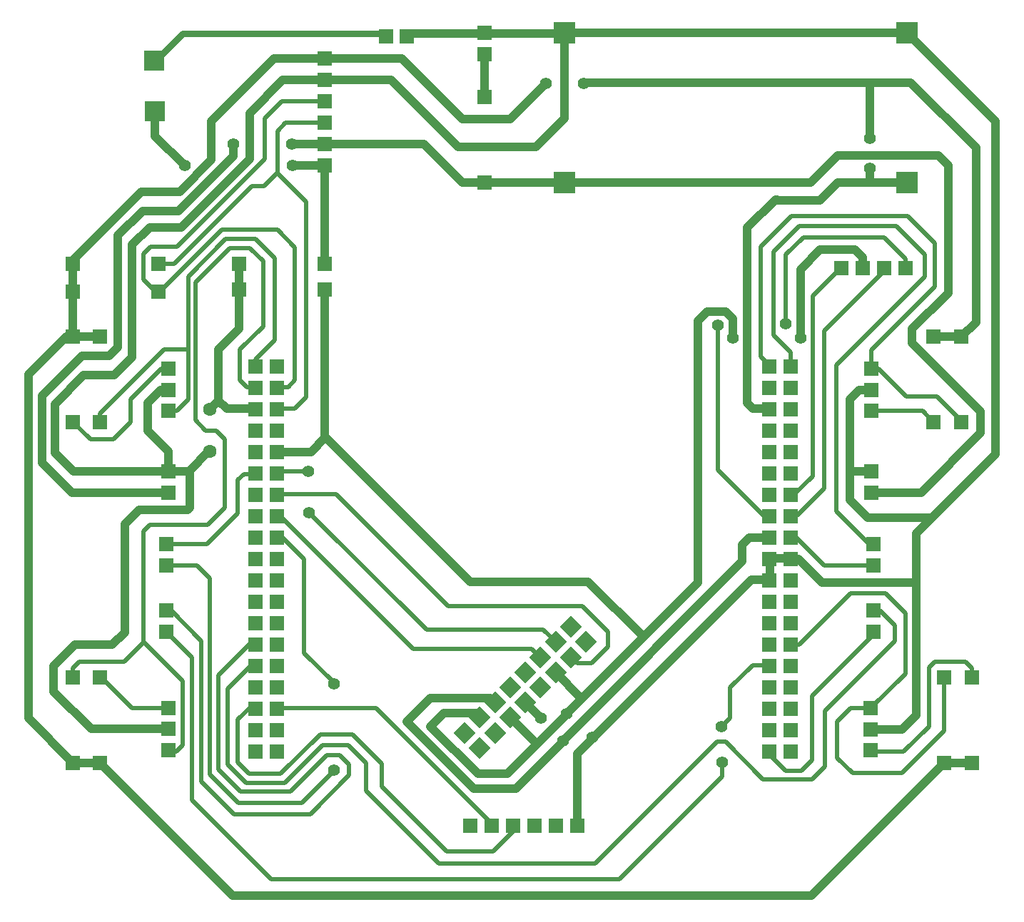
<source format=gbr>
%TF.GenerationSoftware,KiCad,Pcbnew,6.0.2+dfsg-1*%
%TF.CreationDate,2023-11-29T12:07:55-03:00*%
%TF.ProjectId,ProyectoFinal,50726f79-6563-4746-9f46-696e616c2e6b,rev?*%
%TF.SameCoordinates,Original*%
%TF.FileFunction,Copper,L1,Top*%
%TF.FilePolarity,Positive*%
%FSLAX46Y46*%
G04 Gerber Fmt 4.6, Leading zero omitted, Abs format (unit mm)*
G04 Created by KiCad (PCBNEW 6.0.2+dfsg-1) date 2023-11-29 12:07:55*
%MOMM*%
%LPD*%
G01*
G04 APERTURE LIST*
G04 Aperture macros list*
%AMRotRect*
0 Rectangle, with rotation*
0 The origin of the aperture is its center*
0 $1 length*
0 $2 width*
0 $3 Rotation angle, in degrees counterclockwise*
0 Add horizontal line*
21,1,$1,$2,0,0,$3*%
G04 Aperture macros list end*
%TA.AperFunction,ComponentPad*%
%ADD10R,1.800000X1.800000*%
%TD*%
%TA.AperFunction,ComponentPad*%
%ADD11R,1.700000X1.700000*%
%TD*%
%TA.AperFunction,ComponentPad*%
%ADD12RotRect,1.800000X1.800000X315.000000*%
%TD*%
%TA.AperFunction,SMDPad,CuDef*%
%ADD13R,2.400000X2.400000*%
%TD*%
%TA.AperFunction,ComponentPad*%
%ADD14R,2.540000X2.540000*%
%TD*%
%TA.AperFunction,ComponentPad*%
%ADD15C,1.600000*%
%TD*%
%TA.AperFunction,ViaPad*%
%ADD16C,1.400000*%
%TD*%
%TA.AperFunction,Conductor*%
%ADD17C,1.000000*%
%TD*%
%TA.AperFunction,Conductor*%
%ADD18C,0.500000*%
%TD*%
%TA.AperFunction,Conductor*%
%ADD19C,0.800000*%
%TD*%
G04 APERTURE END LIST*
D10*
%TO.P,J12,1,Pin_1*%
%TO.N,Net-(J12-Pad1)*%
X218422526Y-119560000D03*
%TO.P,J12,2,Pin_2*%
%TO.N,GND*%
X220922526Y-119560000D03*
%TD*%
%TO.P,D1,1,K*%
%TO.N,GND*%
X230104526Y-119120000D03*
%TO.P,D1,2,A*%
%TO.N,Net-(D1-Pad2)*%
X230104526Y-121660000D03*
%TD*%
%TO.P,R9,2*%
%TO.N,Net-(D1-Pad2)*%
X230104526Y-126740000D03*
%TO.P,R9,1*%
%TO.N,+12V*%
X230104526Y-136900000D03*
%TD*%
%TO.P,R6,1*%
%TO.N,+5V*%
X284678716Y-205807000D03*
%TO.P,R6,2*%
%TO.N,MOTOR4_ENCODER*%
X284678716Y-195647000D03*
%TD*%
%TO.P,R8,1*%
%TO.N,+5V*%
X287980716Y-205807000D03*
%TO.P,R8,2*%
%TO.N,Net-(J6-Pad3)*%
X287980716Y-195647000D03*
%TD*%
D11*
%TO.P,J10,1,Pin_1*%
%TO.N,MOTOR4_PWMN*%
X276296716Y-187706000D03*
%TO.P,J10,2,Pin_2*%
%TO.N,MOTOR4_PWM*%
X276296716Y-190246000D03*
%TD*%
%TO.P,J7,1,Pin_1*%
%TO.N,MOTOR1_PWMN*%
X276250716Y-179827000D03*
%TO.P,J7,2,Pin_2*%
%TO.N,MOTOR1_PWM*%
X276250716Y-182367000D03*
%TD*%
D10*
%TO.P,J1,1,Pin_1*%
%TO.N,GND*%
X275996716Y-171216000D03*
%TO.P,J1,2,Pin_2*%
%TO.N,+12V*%
X275996716Y-173716000D03*
%TD*%
%TO.P,R1,1*%
%TO.N,+5V*%
X286710716Y-155194000D03*
%TO.P,R1,2*%
%TO.N,MOTOR1_ENCODER*%
X286710716Y-165354000D03*
%TD*%
D11*
%TO.P,J16,1,Pin_1*%
%TO.N,+3V3*%
X280096716Y-147041000D03*
%TO.P,J16,2,Pin_2*%
%TO.N,SWCLK*%
X277556716Y-147041000D03*
%TO.P,J16,3,Pin_3*%
%TO.N,GND*%
X275016716Y-147041000D03*
%TO.P,J16,4,Pin_4*%
%TO.N,SWDIO*%
X272476716Y-147041000D03*
%TD*%
D10*
%TO.P,R11,1*%
%TO.N,Vbat*%
X201025516Y-149606000D03*
%TO.P,R11,2*%
%TO.N,GND*%
X211185516Y-149606000D03*
%TD*%
%TO.P,R10,1*%
%TO.N,Net-(R10-Pad1)*%
X211185516Y-146558000D03*
%TO.P,R10,2*%
%TO.N,Vbat*%
X201025516Y-146558000D03*
%TD*%
%TO.P,R13,1*%
%TO.N,+5V*%
X181300716Y-146558000D03*
%TO.P,R13,2*%
%TO.N,I2C_SDA*%
X191460716Y-146558000D03*
%TD*%
%TO.P,R12,1*%
%TO.N,+5V*%
X181300716Y-149860000D03*
%TO.P,R12,2*%
%TO.N,I2C_SCL*%
X191460716Y-149860000D03*
%TD*%
%TO.P,R7,1*%
%TO.N,+5V*%
X181300716Y-155194000D03*
%TO.P,R7,2*%
%TO.N,Net-(J5-Pad3)*%
X181300716Y-165354000D03*
%TD*%
%TO.P,R5,1*%
%TO.N,+5V*%
X184450316Y-155194000D03*
%TO.P,R5,2*%
%TO.N,MOTOR2_ENCODER*%
X184450316Y-165354000D03*
%TD*%
%TO.P,J5,1,Pin_1*%
%TO.N,MOTOR2_ENCODER*%
X192649716Y-164024000D03*
%TO.P,J5,2,Pin_2*%
%TO.N,GND*%
X192649716Y-161524000D03*
%TO.P,J5,3,Pin_3*%
%TO.N,Net-(J5-Pad3)*%
X192649716Y-159024000D03*
%TD*%
%TO.P,J4,1,Pin_1*%
%TO.N,+12V*%
X192649716Y-173716000D03*
%TO.P,J4,2,Pin_2*%
%TO.N,GND*%
X192649716Y-171216000D03*
%TD*%
D11*
%TO.P,J8,1,Pin_1*%
%TO.N,MOTOR2_PWMN*%
X192349716Y-182377000D03*
%TO.P,J8,2,Pin_2*%
%TO.N,MOTOR2_PWM*%
X192349716Y-179837000D03*
%TD*%
%TO.P,J9,2,Pin_2*%
%TO.N,MOTOR3_PWM*%
X192322526Y-187716000D03*
%TO.P,J9,1,Pin_1*%
%TO.N,MOTOR3_PWMN*%
X192322526Y-190256000D03*
%TD*%
D10*
%TO.P,R2,1*%
%TO.N,+5V*%
X181300716Y-205807000D03*
%TO.P,R2,2*%
%TO.N,MOTOR3_ENCODER*%
X181300716Y-195647000D03*
%TD*%
%TO.P,R4,1*%
%TO.N,+5V*%
X184450316Y-205807000D03*
%TO.P,R4,2*%
%TO.N,Net-(J3-Pad3)*%
X184450316Y-195647000D03*
%TD*%
%TO.P,J3,3,Pin_3*%
%TO.N,Net-(J3-Pad3)*%
X192622526Y-199300000D03*
%TO.P,J3,2,Pin_2*%
%TO.N,GND*%
X192622526Y-201800000D03*
%TO.P,J3,1,Pin_1*%
%TO.N,MOTOR3_ENCODER*%
X192622526Y-204300000D03*
%TD*%
%TO.P,J15,1,Pin_1*%
%TO.N,GND*%
X241115621Y-213278000D03*
%TO.P,J15,2,Pin_2*%
%TO.N,unconnected-(J15-Pad2)*%
X238575621Y-213278000D03*
%TO.P,J15,3,Pin_3*%
%TO.N,unconnected-(J15-Pad3)*%
X236035621Y-213278000D03*
%TO.P,J15,4,Pin_4*%
%TO.N,UART_TX*%
X233495621Y-213278000D03*
%TO.P,J15,5,Pin_5*%
%TO.N,UART_RX*%
X230955621Y-213278000D03*
%TO.P,J15,6,Pin_6*%
%TO.N,unconnected-(J15-Pad6)*%
X228415621Y-213278000D03*
%TD*%
%TO.P,J6,1,Pin_1*%
%TO.N,MOTOR4_ENCODER*%
X275950716Y-199343000D03*
%TO.P,J6,2,Pin_2*%
%TO.N,GND*%
X275950716Y-201843000D03*
%TO.P,J6,3,Pin_3*%
%TO.N,Net-(J6-Pad3)*%
X275950716Y-204343000D03*
%TD*%
D12*
%TO.P,J14,1,Pin_1*%
%TO.N,unconnected-(J14-Pad1)*%
X240339438Y-189665795D03*
%TO.P,J14,2,Pin_2*%
%TO.N,unconnected-(J14-Pad2)*%
X242135489Y-191461847D03*
%TO.P,J14,3,Pin_3*%
%TO.N,SPI_SCLK*%
X238543386Y-191461847D03*
%TO.P,J14,4,Pin_4*%
%TO.N,SPI_MISO*%
X240339438Y-193257898D03*
%TO.P,J14,5,Pin_5*%
%TO.N,SPI_MOSI*%
X236747335Y-193257898D03*
%TO.P,J14,6,Pin_6*%
%TO.N,GND*%
X238543386Y-195053949D03*
%TO.P,J14,7,Pin_7*%
%TO.N,unconnected-(J14-Pad7)*%
X234951284Y-195053949D03*
%TO.P,J14,8,Pin_8*%
%TO.N,unconnected-(J14-Pad8)*%
X236747335Y-196850000D03*
%TO.P,J14,9,Pin_9*%
%TO.N,unconnected-(J14-Pad9)*%
X233155233Y-196850000D03*
%TO.P,J14,10,Pin_10*%
%TO.N,+5V*%
X234951284Y-198646051D03*
%TO.P,J14,11,Pin_11*%
X231359182Y-198646051D03*
%TO.P,J14,12,Pin_12*%
%TO.N,GND*%
X233155233Y-200442103D03*
%TO.P,J14,13,Pin_13*%
X229563130Y-200442103D03*
%TO.P,J14,14,Pin_14*%
%TO.N,unconnected-(J14-Pad14)*%
X231359182Y-202238154D03*
%TO.P,J14,15,Pin_15*%
%TO.N,unconnected-(J14-Pad15)*%
X227767079Y-202238154D03*
%TO.P,J14,16,Pin_16*%
%TO.N,unconnected-(J14-Pad16)*%
X229563130Y-204034205D03*
%TD*%
D10*
%TO.P,U1,1,Vcc*%
%TO.N,+5V*%
X211185516Y-122174000D03*
%TO.P,U1,2,GND*%
%TO.N,GND*%
X211185516Y-124714000D03*
%TO.P,U1,3,SCL*%
%TO.N,I2C_SCL*%
X211185516Y-127254000D03*
%TO.P,U1,4,SDA*%
%TO.N,I2C_SDA*%
X211185516Y-129794000D03*
%TO.P,U1,5,Vin-*%
%TO.N,+12V*%
X211185516Y-132334000D03*
%TO.P,U1,6,Vin+*%
%TO.N,Net-(R10-Pad1)*%
X211185516Y-134874000D03*
%TD*%
D13*
%TO.P,SW1,1,A*%
%TO.N,Net-(J12-Pad1)*%
X190950716Y-122433800D03*
%TO.P,SW1,2,B*%
%TO.N,Net-(R10-Pad1)*%
X191036716Y-128433800D03*
%TD*%
D14*
%TO.P,U2,1,IN+*%
%TO.N,+12V*%
X239629526Y-136900000D03*
%TO.P,U2,2,IN-*%
%TO.N,GND*%
X239629526Y-119120000D03*
%TO.P,U2,3,OUT+*%
%TO.N,+5V*%
X280269526Y-136900000D03*
%TO.P,U2,4,OUT-*%
%TO.N,GND*%
X280269526Y-119120000D03*
%TD*%
D10*
%TO.P,R3,1*%
%TO.N,+5V*%
X283408716Y-155194000D03*
%TO.P,R3,2*%
%TO.N,Net-(J2-Pad3)*%
X283408716Y-165354000D03*
%TD*%
%TO.P,J2,1,Pin_1*%
%TO.N,MOTOR1_ENCODER*%
X275996716Y-159024000D03*
%TO.P,J2,2,Pin_2*%
%TO.N,GND*%
X275996716Y-161524000D03*
%TO.P,J2,3,Pin_3*%
%TO.N,Net-(J2-Pad3)*%
X275996716Y-164024000D03*
%TD*%
%TO.P,U3,1,PC10*%
%TO.N,MOTOR1_PWMN*%
X266462716Y-158750000D03*
%TO.P,U3,2,PC11*%
%TO.N,MOTOR1_ENCODER*%
X263922716Y-158750000D03*
%TO.P,U3,3,PC12*%
%TO.N,unconnected-(U3-Pad3)*%
X266462716Y-161290000D03*
%TO.P,U3,4,PD2*%
%TO.N,unconnected-(U3-Pad4)*%
X263922716Y-161290000D03*
%TO.P,U3,5,VDD*%
%TO.N,unconnected-(U3-Pad5)*%
X266462716Y-163830000D03*
%TO.P,U3,6,E5V*%
%TO.N,+5V*%
X263922716Y-163830000D03*
%TO.P,U3,7,BOOT0*%
%TO.N,unconnected-(U3-Pad7)*%
X266462716Y-166370000D03*
%TO.P,U3,8,GND*%
%TO.N,unconnected-(U3-Pad8)*%
X263922716Y-166370000D03*
%TO.P,U3,9,NC*%
%TO.N,unconnected-(U3-Pad9)*%
X266462716Y-168910000D03*
%TO.P,U3,10,NC*%
%TO.N,unconnected-(U3-Pad10)*%
X263922716Y-168910000D03*
%TO.P,U3,11,NC*%
%TO.N,unconnected-(U3-Pad11)*%
X266462716Y-171450000D03*
%TO.P,U3,12,IOREF*%
%TO.N,unconnected-(U3-Pad12)*%
X263922716Y-171450000D03*
%TO.P,U3,13,PA13*%
%TO.N,SWDIO*%
X266462716Y-173990000D03*
%TO.P,U3,14,RESET*%
%TO.N,unconnected-(U3-Pad14)*%
X263922716Y-173990000D03*
%TO.P,U3,15,PA14*%
%TO.N,SWCLK*%
X266462716Y-176530000D03*
%TO.P,U3,16,+3V3*%
%TO.N,+3V3*%
X263922716Y-176530000D03*
%TO.P,U3,17,PA15*%
%TO.N,MOTOR1_PWM*%
X266462716Y-179070000D03*
%TO.P,U3,18,+5V*%
%TO.N,+5V*%
X263922716Y-179070000D03*
%TO.P,U3,19,GND*%
%TO.N,GND*%
X266462716Y-181610000D03*
%TO.P,U3,20,GND*%
X263922716Y-181610000D03*
%TO.P,U3,21,PB7*%
%TO.N,unconnected-(U3-Pad21)*%
X266462716Y-184150000D03*
%TO.P,U3,22,GND*%
%TO.N,GND*%
X263922716Y-184150000D03*
%TO.P,U3,23,PC13*%
%TO.N,unconnected-(U3-Pad23)*%
X266462716Y-186690000D03*
%TO.P,U3,24,VIN*%
%TO.N,unconnected-(U3-Pad24)*%
X263922716Y-186690000D03*
%TO.P,U3,25,PC14*%
%TO.N,unconnected-(U3-Pad25)*%
X266462716Y-189230000D03*
%TO.P,U3,26,NC*%
%TO.N,unconnected-(U3-Pad26)*%
X263922716Y-189230000D03*
%TO.P,U3,27,PC15*%
%TO.N,MOTOR4_ENCODER*%
X266462716Y-191770000D03*
%TO.P,U3,28,PA0*%
%TO.N,unconnected-(U3-Pad28)*%
X263922716Y-191770000D03*
%TO.P,U3,29,PF0*%
%TO.N,unconnected-(U3-Pad29)*%
X266462716Y-194310000D03*
%TO.P,U3,30,PA1*%
%TO.N,MOTOR3_PWMN*%
X263922716Y-194310000D03*
%TO.P,U3,31,PF1*%
%TO.N,unconnected-(U3-Pad31)*%
X266462716Y-196850000D03*
%TO.P,U3,32,PA4*%
%TO.N,unconnected-(U3-Pad32)*%
X263922716Y-196850000D03*
%TO.P,U3,33,VBAT*%
%TO.N,unconnected-(U3-Pad33)*%
X266462716Y-199390000D03*
%TO.P,U3,34,PB0*%
%TO.N,unconnected-(U3-Pad34)*%
X263922716Y-199390000D03*
%TO.P,U3,35,PC2*%
%TO.N,unconnected-(U3-Pad35)*%
X266462716Y-201930000D03*
%TO.P,U3,36,PC1*%
%TO.N,unconnected-(U3-Pad36)*%
X263922716Y-201930000D03*
%TO.P,U3,37,PC3*%
%TO.N,unconnected-(U3-Pad37)*%
X266462716Y-204470000D03*
%TO.P,U3,38,PC0*%
%TO.N,MOTOR4_PWM*%
X263922716Y-204470000D03*
%TO.P,U3,39,PC9*%
%TO.N,unconnected-(U3-Pad39)*%
X205502716Y-158750000D03*
%TO.P,U3,40,PC8*%
%TO.N,MOTOR2_ENCODER*%
X202962716Y-158750000D03*
%TO.P,U3,41,PB8*%
%TO.N,I2C_SCL*%
X205502716Y-161290000D03*
%TO.P,U3,42,PC6*%
%TO.N,MOTOR3_ENCODER*%
X202962716Y-161290000D03*
%TO.P,U3,43,PB9*%
%TO.N,I2C_SDA*%
X205502716Y-163830000D03*
%TO.P,U3,44,PC5*%
%TO.N,Vbat*%
X202962716Y-163830000D03*
%TO.P,U3,45,AVDD*%
%TO.N,unconnected-(U3-Pad45)*%
X205502716Y-166370000D03*
%TO.P,U3,46,U5V*%
%TO.N,unconnected-(U3-Pad46)*%
X202962716Y-166370000D03*
%TO.P,U3,47,GND*%
%TO.N,GND*%
X205502716Y-168910000D03*
%TO.P,U3,48,NC*%
%TO.N,unconnected-(U3-Pad48)*%
X202962716Y-168910000D03*
%TO.P,U3,49,PA5*%
%TO.N,SPI_SCLK*%
X205502716Y-171450000D03*
%TO.P,U3,50,PA12*%
%TO.N,MOTOR2_PWM*%
X202962716Y-171450000D03*
%TO.P,U3,51,PA6*%
%TO.N,SPI_MISO*%
X205502716Y-173990000D03*
%TO.P,U3,52,PA11*%
%TO.N,unconnected-(U3-Pad52)*%
X202962716Y-173990000D03*
%TO.P,U3,53,PA7*%
%TO.N,SPI_MOSI*%
X205502716Y-176530000D03*
%TO.P,U3,54,PB12*%
%TO.N,unconnected-(U3-Pad54)*%
X202962716Y-176530000D03*
%TO.P,U3,55,PB6*%
%TO.N,MOTOR2_PWMN*%
X205502716Y-179070000D03*
%TO.P,U3,56,PB11*%
%TO.N,unconnected-(U3-Pad56)*%
X202962716Y-179070000D03*
%TO.P,U3,57,PC7*%
%TO.N,unconnected-(U3-Pad57)*%
X205502716Y-181610000D03*
%TO.P,U3,58,GND*%
%TO.N,unconnected-(U3-Pad58)*%
X202962716Y-181610000D03*
%TO.P,U3,59,PA9*%
%TO.N,unconnected-(U3-Pad59)*%
X205502716Y-184150000D03*
%TO.P,U3,60,PB2*%
%TO.N,unconnected-(U3-Pad60)*%
X202962716Y-184150000D03*
%TO.P,U3,61,PA8*%
%TO.N,unconnected-(U3-Pad61)*%
X205502716Y-186690000D03*
%TO.P,U3,62,PB1*%
%TO.N,unconnected-(U3-Pad62)*%
X202962716Y-186690000D03*
%TO.P,U3,63,PB10*%
%TO.N,unconnected-(U3-Pad63)*%
X205502716Y-189230000D03*
%TO.P,U3,64,PB15*%
%TO.N,unconnected-(U3-Pad64)*%
X202962716Y-189230000D03*
%TO.P,U3,65,PB4*%
%TO.N,unconnected-(U3-Pad65)*%
X205502716Y-191770000D03*
%TO.P,U3,66,PB14*%
%TO.N,MOTOR3_PWM*%
X202962716Y-191770000D03*
%TO.P,U3,67,PB5*%
%TO.N,unconnected-(U3-Pad67)*%
X205502716Y-194310000D03*
%TO.P,U3,68,PB13*%
%TO.N,MOTOR4_PWMN*%
X202962716Y-194310000D03*
%TO.P,U3,69,PB3*%
%TO.N,unconnected-(U3-Pad69)*%
X205502716Y-196850000D03*
%TO.P,U3,70,AGND*%
%TO.N,unconnected-(U3-Pad70)*%
X202962716Y-196850000D03*
%TO.P,U3,71,PA10*%
%TO.N,UART_RX*%
X205502716Y-199390000D03*
%TO.P,U3,72,PC4*%
%TO.N,UART_TX*%
X202962716Y-199390000D03*
%TO.P,U3,73,PA2*%
%TO.N,unconnected-(U3-Pad73)*%
X205502716Y-201930000D03*
%TO.P,U3,74,NC*%
%TO.N,unconnected-(U3-Pad74)*%
X202962716Y-201930000D03*
%TO.P,U3,75,PA3*%
%TO.N,unconnected-(U3-Pad75)*%
X205502716Y-204470000D03*
%TO.P,U3,76,NC*%
%TO.N,unconnected-(U3-Pad76)*%
X202962716Y-204470000D03*
%TD*%
D15*
%TO.P,C1,1*%
%TO.N,Vbat*%
X197516716Y-163830000D03*
%TO.P,C1,2*%
%TO.N,GND*%
X197516716Y-168830000D03*
%TD*%
D16*
%TO.N,+5V*%
X236822526Y-200500000D03*
X239422526Y-203200000D03*
%TO.N,GND*%
X239822526Y-200000000D03*
X242922526Y-202800000D03*
X259622526Y-155400000D03*
X267622526Y-155400000D03*
%TO.N,+12V*%
X207222526Y-132334000D03*
X200350716Y-132334000D03*
%TO.N,MOTOR2_PWMN*%
X212222526Y-196400000D03*
X212288716Y-206700000D03*
%TO.N,MOTOR3_PWMN*%
X258185526Y-201549000D03*
X258312526Y-205740000D03*
%TO.N,+5V*%
X275838526Y-135232800D03*
X237422526Y-125100000D03*
X275822526Y-131700000D03*
X241922526Y-125100000D03*
%TO.N,SPI_SCLK*%
X209322526Y-176100000D03*
X209240716Y-171196000D03*
%TO.N,Net-(R10-Pad1)*%
X194522526Y-134900000D03*
X207322526Y-134900000D03*
%TO.N,+3V3*%
X257822526Y-153800000D03*
X265822526Y-153670000D03*
%TD*%
D17*
%TO.N,+5V*%
X220872526Y-200950000D02*
X223722526Y-198100000D01*
X233822526Y-208900000D02*
X228822526Y-208900000D01*
X239422526Y-203300000D02*
X233822526Y-208900000D01*
X239422526Y-203200000D02*
X239422526Y-203300000D01*
X230813131Y-198100000D02*
X231359182Y-198646051D01*
X223722526Y-198100000D02*
X230813131Y-198100000D01*
X261552526Y-179070000D02*
X263922716Y-179070000D01*
X260722526Y-181900000D02*
X260722526Y-179900000D01*
X228822526Y-208900000D02*
X220872526Y-200950000D01*
X260722526Y-179900000D02*
X261552526Y-179070000D01*
X239422526Y-203200000D02*
X260722526Y-181900000D01*
%TO.N,GND*%
X248972526Y-190850000D02*
X241822526Y-198000000D01*
X241822526Y-198000000D02*
X239822526Y-200000000D01*
X241489437Y-198000000D02*
X241822526Y-198000000D01*
X238543386Y-195053949D02*
X241489437Y-198000000D01*
X239822526Y-200000000D02*
X239822526Y-200100000D01*
X239822526Y-200100000D02*
X236122526Y-203800000D01*
X239922526Y-200000000D02*
X239822526Y-200000000D01*
X290774716Y-169147810D02*
X283472526Y-176450000D01*
X283222526Y-176700000D02*
X283472526Y-176450000D01*
X283472526Y-176450000D02*
X281376716Y-178545810D01*
X275581694Y-176700000D02*
X283222526Y-176700000D01*
X273502716Y-171080190D02*
X273502716Y-174621022D01*
X273502716Y-174621022D02*
X275581694Y-176700000D01*
D18*
%TO.N,MOTOR4_ENCODER*%
X266462716Y-191770000D02*
X267456526Y-191770000D01*
X267456526Y-191770000D02*
X273526526Y-185700000D01*
X273526526Y-185700000D02*
X277722526Y-185700000D01*
X277722526Y-185700000D02*
X280029526Y-188007000D01*
X280029526Y-188007000D02*
X280029526Y-195264190D01*
X280029526Y-195264190D02*
X275950716Y-199343000D01*
%TO.N,MOTOR4_PWMN*%
X224722526Y-217800000D02*
X243268026Y-217800000D01*
X199622526Y-206000000D02*
X201822526Y-208200000D01*
X263138526Y-207772000D02*
X268980526Y-207772000D01*
X216022526Y-209100000D02*
X224722526Y-217800000D01*
X210922526Y-203700000D02*
X213922526Y-203700000D01*
X203024716Y-194210000D02*
X202412526Y-194210000D01*
X278759526Y-191389000D02*
X278759526Y-189484000D01*
X243268026Y-217800000D02*
X257741026Y-203327000D01*
X206422526Y-208200000D02*
X210922526Y-203700000D01*
X201822526Y-208200000D02*
X206422526Y-208200000D01*
X268980526Y-207772000D02*
X270504526Y-206248000D01*
X270504526Y-199644000D02*
X278759526Y-191389000D01*
X276981526Y-187706000D02*
X276296716Y-187706000D01*
X216022526Y-205800000D02*
X216022526Y-209100000D01*
X213922526Y-203700000D02*
X216022526Y-205800000D01*
X199622526Y-197000000D02*
X199622526Y-206000000D01*
X257741026Y-203327000D02*
X258693526Y-203327000D01*
X202412526Y-194210000D02*
X199622526Y-197000000D01*
X202924716Y-194310000D02*
X203024716Y-194210000D01*
X258693526Y-203327000D02*
X263138526Y-207772000D01*
X270504526Y-206248000D02*
X270504526Y-199644000D01*
X278759526Y-189484000D02*
X276981526Y-187706000D01*
%TO.N,MOTOR3_PWM*%
X196522526Y-208000000D02*
X196522526Y-191328489D01*
X214022526Y-206000000D02*
X214022526Y-207300000D01*
X212922526Y-204900000D02*
X214022526Y-206000000D01*
X214022526Y-207300000D02*
X209422526Y-211900000D01*
X211422526Y-204900000D02*
X212922526Y-204900000D01*
X196522526Y-191328489D02*
X192910037Y-187716000D01*
X207122526Y-209200000D02*
X211422526Y-204900000D01*
X201172526Y-209200000D02*
X207122526Y-209200000D01*
X209422526Y-211900000D02*
X200422526Y-211900000D01*
X200422526Y-211900000D02*
X196522526Y-208000000D01*
X198522526Y-195400000D02*
X198522526Y-206550000D01*
X202252526Y-191670000D02*
X198522526Y-195400000D01*
X198522526Y-206550000D02*
X201172526Y-209200000D01*
X203024716Y-191670000D02*
X202252526Y-191670000D01*
X192910037Y-187716000D02*
X192349716Y-187716000D01*
%TO.N,UART_TX*%
X203024716Y-199290000D02*
X202232526Y-199290000D01*
X202232526Y-199290000D02*
X200822526Y-200700000D01*
X214422526Y-202400000D02*
X217922526Y-205900000D01*
X225622526Y-216300000D02*
X231122526Y-216300000D01*
X200822526Y-200700000D02*
X200822526Y-205704488D01*
X233495621Y-213926905D02*
X233495621Y-213278000D01*
X200822526Y-205704488D02*
X202218038Y-207100000D01*
X202218038Y-207100000D02*
X205922526Y-207100000D01*
X205922526Y-207100000D02*
X210622526Y-202400000D01*
X210622526Y-202400000D02*
X214422526Y-202400000D01*
X217922526Y-205900000D02*
X217922526Y-208600000D01*
X217922526Y-208600000D02*
X225622526Y-216300000D01*
X231122526Y-216300000D02*
X233495621Y-213926905D01*
%TO.N,MOTOR2_PWMN*%
X212288716Y-206700000D02*
X212288716Y-206733810D01*
X197522526Y-183861810D02*
X196037716Y-182377000D01*
X212288716Y-206733810D02*
X208422526Y-210600000D01*
X208422526Y-210600000D02*
X200922526Y-210600000D01*
X200922526Y-210600000D02*
X197522526Y-207200000D01*
X197522526Y-207200000D02*
X197522526Y-183861810D01*
X196037716Y-182377000D02*
X192349716Y-182377000D01*
%TO.N,MOTOR3_PWMN*%
X258312526Y-205740000D02*
X258312526Y-207396801D01*
X258312526Y-207396801D02*
X246109327Y-219600000D01*
X246109327Y-219600000D02*
X204822526Y-219600000D01*
X204822526Y-219600000D02*
X195422526Y-210200000D01*
X195422526Y-210200000D02*
X195422526Y-193328810D01*
X195422526Y-193328810D02*
X192349716Y-190256000D01*
%TO.N,MOTOR3_ENCODER*%
X189682716Y-191516000D02*
X189738526Y-191516000D01*
X189738526Y-191516000D02*
X194322526Y-196100000D01*
X194322526Y-196100000D02*
X194322526Y-203700000D01*
X194322526Y-203700000D02*
X193522526Y-204500000D01*
D17*
%TO.N,GND*%
X248972526Y-190850000D02*
X255422526Y-184400000D01*
X255422526Y-153300000D02*
X256522526Y-152200000D01*
X255422526Y-184400000D02*
X255422526Y-153300000D01*
X256522526Y-152200000D02*
X258722526Y-152200000D01*
X258722526Y-152200000D02*
X259622526Y-153100000D01*
X259622526Y-153100000D02*
X259622526Y-155400000D01*
D18*
%TO.N,MOTOR1_ENCODER*%
X286710716Y-165354000D02*
X286710716Y-165188190D01*
X286710716Y-165188190D02*
X283828526Y-162306000D01*
X283828526Y-162306000D02*
X280128526Y-162306000D01*
X280128526Y-162306000D02*
X276846526Y-159024000D01*
X276846526Y-159024000D02*
X275996716Y-159024000D01*
D17*
%TO.N,GND*%
X275996716Y-161524000D02*
X274598526Y-161524000D01*
X274598526Y-161524000D02*
X273502716Y-162619810D01*
X273502716Y-162619810D02*
X273502716Y-171080190D01*
D18*
%TO.N,MOTOR1_PWM*%
X276250716Y-182367000D02*
X270389526Y-182367000D01*
X270389526Y-182367000D02*
X267092526Y-179070000D01*
X267092526Y-179070000D02*
X266462716Y-179070000D01*
D17*
%TO.N,GND*%
X281376716Y-200152000D02*
X281376716Y-184454190D01*
X281376716Y-184454190D02*
X281376716Y-182118000D01*
X266462716Y-181610000D02*
X267332526Y-181610000D01*
X281326526Y-184404000D02*
X281376716Y-184454190D01*
X267332526Y-181610000D02*
X270126526Y-184404000D01*
X270126526Y-184404000D02*
X281326526Y-184404000D01*
D18*
%TO.N,Net-(J6-Pad3)*%
X275950716Y-204343000D02*
X276077716Y-204470000D01*
X276077716Y-204470000D02*
X279852716Y-204470000D01*
X282822526Y-201500190D02*
X282822526Y-194500000D01*
X282822526Y-194500000D02*
X283522526Y-193800000D01*
X279852716Y-204470000D02*
X282822526Y-201500190D01*
X287980716Y-194564000D02*
X287980716Y-195647000D01*
X283522526Y-193800000D02*
X287216716Y-193800000D01*
X287216716Y-193800000D02*
X287980716Y-194564000D01*
D17*
%TO.N,GND*%
X239629526Y-119738800D02*
X239095726Y-119205000D01*
X221277526Y-119205000D02*
X220922526Y-119560000D01*
X239095726Y-119205000D02*
X221277526Y-119205000D01*
X220922526Y-119560000D02*
X220922526Y-119200000D01*
%TO.N,+12V*%
X200350716Y-132334000D02*
X200350716Y-133771810D01*
X200350716Y-133771810D02*
X193822526Y-140300000D01*
X189522526Y-140300000D02*
X186622526Y-143200000D01*
X193822526Y-140300000D02*
X189522526Y-140300000D01*
X186622526Y-143200000D02*
X186622526Y-156476190D01*
X186622526Y-156476190D02*
X185618716Y-157480000D01*
X185618716Y-157480000D02*
X182342526Y-157480000D01*
X182342526Y-157480000D02*
X177622526Y-162200000D01*
X177622526Y-162200000D02*
X177622526Y-170197905D01*
X177622526Y-170197905D02*
X181140621Y-173716000D01*
X181140621Y-173716000D02*
X192649716Y-173716000D01*
D18*
%TO.N,MOTOR2_PWM*%
X192349716Y-179837000D02*
X197185526Y-179837000D01*
X200822526Y-176200000D02*
X200822526Y-172248190D01*
X197185526Y-179837000D02*
X200822526Y-176200000D01*
X200822526Y-172248190D02*
X201570716Y-171500000D01*
X201570716Y-171500000D02*
X202874716Y-171500000D01*
%TO.N,MOTOR2_ENCODER*%
X194978716Y-155156000D02*
X194978716Y-148043810D01*
X202924716Y-157897810D02*
X202924716Y-158750000D01*
X194978716Y-148043810D02*
X199422526Y-143600000D01*
X199422526Y-143600000D02*
X202922526Y-143600000D01*
X202922526Y-143600000D02*
X205222526Y-145900000D01*
X205222526Y-145900000D02*
X205222526Y-155600000D01*
X205222526Y-155600000D02*
X202924716Y-157897810D01*
%TO.N,I2C_SDA*%
X205522526Y-135706080D02*
X205522526Y-135800000D01*
X205522526Y-135800000D02*
X208922526Y-139200000D01*
X208922526Y-139200000D02*
X208922526Y-162370190D01*
X208922526Y-162370190D02*
X207562716Y-163730000D01*
X207562716Y-163730000D02*
X205564716Y-163730000D01*
%TO.N,I2C_SCL*%
X191460716Y-149860000D02*
X191562526Y-149860000D01*
X191562526Y-149860000D02*
X198922526Y-142500000D01*
X198922526Y-142500000D02*
X205522526Y-142500000D01*
X205522526Y-142500000D02*
X207622526Y-144600000D01*
X207622526Y-144600000D02*
X207622526Y-160368190D01*
X207622526Y-160368190D02*
X206800716Y-161190000D01*
X206800716Y-161190000D02*
X205564716Y-161190000D01*
%TO.N,SPI_SCLK*%
X209322526Y-176100000D02*
X223222526Y-190000000D01*
X223222526Y-190000000D02*
X237081539Y-190000000D01*
X237081539Y-190000000D02*
X238543386Y-191461847D01*
D17*
%TO.N,GND*%
X211185516Y-166282800D02*
X211185516Y-167044800D01*
X211185516Y-167044800D02*
X228440716Y-184300000D01*
X228440716Y-184300000D02*
X242422526Y-184300000D01*
X242422526Y-184300000D02*
X248972526Y-190850000D01*
X236122526Y-203800000D02*
X232822526Y-207100000D01*
X233155233Y-200442103D02*
X236122526Y-203409396D01*
X236122526Y-203409396D02*
X236122526Y-203800000D01*
D18*
%TO.N,SPI_MISO*%
X205564716Y-173890000D02*
X212512526Y-173890000D01*
X212512526Y-173890000D02*
X225820526Y-187198000D01*
X244800716Y-192021810D02*
X242822526Y-194000000D01*
X225820526Y-187198000D02*
X241752716Y-187198000D01*
X241752716Y-187198000D02*
X244800716Y-190246000D01*
X244800716Y-190246000D02*
X244800716Y-192021810D01*
X242822526Y-194000000D02*
X241081540Y-194000000D01*
X241081540Y-194000000D02*
X240339438Y-193257898D01*
D17*
%TO.N,GND*%
X232822526Y-207100000D02*
X229322526Y-207100000D01*
X229322526Y-207100000D02*
X223722526Y-201500000D01*
X223722526Y-201500000D02*
X225322526Y-199900000D01*
X229021027Y-199900000D02*
X229563130Y-200442103D01*
X225322526Y-199900000D02*
X229021027Y-199900000D01*
%TO.N,+5V*%
X234968577Y-198646051D02*
X236822526Y-200500000D01*
X234951284Y-198646051D02*
X234968577Y-198646051D01*
%TO.N,GND*%
X266524716Y-181510000D02*
X263984716Y-181510000D01*
X263984716Y-181510000D02*
X263984716Y-184050000D01*
X263984716Y-184050000D02*
X261772526Y-184050000D01*
X261772526Y-184050000D02*
X241115621Y-204706905D01*
X241115621Y-204706905D02*
X241115621Y-213278000D01*
D18*
%TO.N,UART_RX*%
X205564716Y-199290000D02*
X217212526Y-199290000D01*
X217212526Y-199290000D02*
X230955621Y-213033095D01*
X230955621Y-213033095D02*
X230955621Y-213278000D01*
D17*
%TO.N,GND*%
X188322526Y-157650000D02*
X186172526Y-159800000D01*
X227022526Y-132700000D02*
X219036526Y-124714000D01*
X186172526Y-159800000D02*
X182522526Y-159800000D01*
X188322526Y-144300000D02*
X188322526Y-157650000D01*
X190422526Y-142200000D02*
X188322526Y-144300000D01*
X194122526Y-142200000D02*
X190422526Y-142200000D01*
X202222526Y-128684190D02*
X202222526Y-134100000D01*
X202222526Y-134100000D02*
X194122526Y-142200000D01*
X206192716Y-124714000D02*
X202222526Y-128684190D01*
X219036526Y-124714000D02*
X206192716Y-124714000D01*
X179122526Y-163200000D02*
X179122526Y-168957332D01*
X179122526Y-168957332D02*
X181381194Y-171216000D01*
X236207326Y-132700000D02*
X227022526Y-132700000D01*
X239622526Y-129284800D02*
X236207326Y-132700000D01*
X239622526Y-119745800D02*
X239622526Y-129284800D01*
X239629526Y-119738800D02*
X239622526Y-119745800D01*
X182522526Y-159800000D02*
X179122526Y-163200000D01*
X181381194Y-171216000D02*
X192649716Y-171216000D01*
D18*
%TO.N,I2C_SCL*%
X191460716Y-149860000D02*
X191082526Y-149860000D01*
X193622526Y-144500000D02*
X204022526Y-134100000D01*
X191082526Y-149860000D02*
X189622526Y-148400000D01*
X189622526Y-148400000D02*
X189622526Y-145400000D01*
X189622526Y-145400000D02*
X190522526Y-144500000D01*
X206065716Y-127254000D02*
X211185516Y-127254000D01*
X190522526Y-144500000D02*
X193622526Y-144500000D01*
X204022526Y-134100000D02*
X204022526Y-129297190D01*
X204022526Y-129297190D02*
X206065716Y-127254000D01*
D17*
%TO.N,+5V*%
X211185516Y-122174000D02*
X205148526Y-122174000D01*
X205148526Y-122174000D02*
X197722526Y-129600000D01*
X197722526Y-129600000D02*
X197722526Y-134200000D01*
X197722526Y-134200000D02*
X193922526Y-138000000D01*
X193922526Y-138000000D02*
X189422526Y-138000000D01*
X189422526Y-138000000D02*
X181300716Y-146121810D01*
X181300716Y-146121810D02*
X181300716Y-146558000D01*
D18*
%TO.N,I2C_SDA*%
X205522526Y-135706080D02*
X203928606Y-137300000D01*
X203928606Y-137300000D02*
X202522526Y-137300000D01*
X202522526Y-137300000D02*
X193264526Y-146558000D01*
X193264526Y-146558000D02*
X191460716Y-146558000D01*
X211185516Y-129794000D02*
X206528526Y-129794000D01*
X206528526Y-129794000D02*
X205522526Y-130800000D01*
X205522526Y-130800000D02*
X205522526Y-135706080D01*
%TO.N,Net-(J5-Pad3)*%
X181300716Y-165354000D02*
X183346716Y-167400000D01*
X183346716Y-167400000D02*
X186112716Y-167400000D01*
X186112716Y-167400000D02*
X188158716Y-165354000D01*
X188158716Y-162663810D02*
X191798526Y-159024000D01*
X188158716Y-165354000D02*
X188158716Y-162663810D01*
X191798526Y-159024000D02*
X192649716Y-159024000D01*
%TO.N,MOTOR3_ENCODER*%
X203830716Y-146228000D02*
X203830716Y-154000000D01*
X199922716Y-144700000D02*
X202302716Y-144700000D01*
X195822526Y-148800190D02*
X199922716Y-144700000D01*
X195822526Y-165143810D02*
X195822526Y-148800190D01*
X197048716Y-166370000D02*
X195822526Y-165143810D01*
X199334716Y-167386000D02*
X198318716Y-166370000D01*
X199334716Y-175514000D02*
X199334716Y-167386000D01*
X197302716Y-177546000D02*
X199334716Y-175514000D01*
X198318716Y-166370000D02*
X197048716Y-166370000D01*
X189682716Y-178308000D02*
X190444716Y-177546000D01*
X202302716Y-144700000D02*
X203830716Y-146228000D01*
X190444716Y-177546000D02*
X197302716Y-177546000D01*
X189682716Y-191516000D02*
X189682716Y-178308000D01*
X203830716Y-154000000D02*
X201112716Y-156718000D01*
X201112716Y-160401000D02*
X201901716Y-161190000D01*
X201112716Y-156718000D02*
X201112716Y-160401000D01*
X201901716Y-161190000D02*
X203024716Y-161190000D01*
%TO.N,MOTOR2_ENCODER*%
X184450316Y-165354000D02*
X184450316Y-164372210D01*
X184450316Y-164372210D02*
X192104526Y-156718000D01*
X192104526Y-156718000D02*
X194978716Y-156718000D01*
X194978716Y-156718000D02*
X194978716Y-155156000D01*
X192649716Y-164024000D02*
X193598526Y-164024000D01*
X193598526Y-164024000D02*
X194978716Y-162643810D01*
X194978716Y-162643810D02*
X194978716Y-155156000D01*
D17*
%TO.N,Net-(R10-Pad1)*%
X194522526Y-134900000D02*
X191022526Y-131400000D01*
X191022526Y-131400000D02*
X191022526Y-128447990D01*
X191022526Y-128447990D02*
X191036716Y-128433800D01*
D19*
%TO.N,Net-(J12-Pad1)*%
X190950716Y-122433800D02*
X191088726Y-122433800D01*
X191088726Y-122433800D02*
X194322526Y-119200000D01*
X194322526Y-119200000D02*
X218422526Y-119200000D01*
D17*
%TO.N,+12V*%
X222901726Y-132334000D02*
X227467726Y-136900000D01*
X207222526Y-132334000D02*
X222901726Y-132334000D01*
X227467726Y-136900000D02*
X230104526Y-136900000D01*
%TO.N,Net-(R10-Pad1)*%
X207322526Y-134900000D02*
X207348526Y-134874000D01*
X207348526Y-134874000D02*
X211185516Y-134874000D01*
%TO.N,+5V*%
X237422526Y-125100000D02*
X233131726Y-129390800D01*
X220296526Y-122174000D02*
X211185516Y-122174000D01*
X233131726Y-129390800D02*
X227513326Y-129390800D01*
X227513326Y-129390800D02*
X220296526Y-122174000D01*
X241922526Y-125100000D02*
X241949726Y-125072800D01*
X241949726Y-125072800D02*
X275849726Y-125072800D01*
D18*
X275822526Y-125100000D02*
X275849726Y-125072800D01*
D17*
X275849726Y-125072800D02*
X280695326Y-125072800D01*
X275822526Y-131700000D02*
X275822526Y-125100000D01*
D18*
%TO.N,+3V3*%
X265822526Y-153670000D02*
X265822526Y-145500000D01*
X265822526Y-145500000D02*
X267922526Y-143400000D01*
X280096716Y-145974190D02*
X280096716Y-147041000D01*
X267922526Y-143400000D02*
X277522526Y-143400000D01*
X277522526Y-143400000D02*
X280096716Y-145974190D01*
%TO.N,MOTOR1_ENCODER*%
X275996716Y-159024000D02*
X275996716Y-156825810D01*
X275996716Y-156825810D02*
X283522526Y-149300000D01*
X283522526Y-149300000D02*
X283522526Y-144100000D01*
X283522526Y-144100000D02*
X280322526Y-140900000D01*
X280322526Y-140900000D02*
X266522526Y-140900000D01*
X266522526Y-140900000D02*
X262922526Y-144500000D01*
X262922526Y-144500000D02*
X262922526Y-157587810D01*
X262922526Y-157587810D02*
X263984716Y-158650000D01*
D17*
%TO.N,+12V*%
X275996716Y-173716000D02*
X281904716Y-173716000D01*
X272028526Y-133708800D02*
X268837326Y-136900000D01*
X281904716Y-173716000D02*
X288996716Y-166624000D01*
X280868716Y-154253810D02*
X285122526Y-150000000D01*
X285122526Y-134864800D02*
X283966526Y-133708800D01*
X288996716Y-166624000D02*
X288996716Y-164074190D01*
X288996716Y-164074190D02*
X280868716Y-155946190D01*
X280868716Y-155946190D02*
X280868716Y-154253810D01*
X283966526Y-133708800D02*
X272028526Y-133708800D01*
X285122526Y-150000000D02*
X285122526Y-134864800D01*
X268837326Y-136900000D02*
X239629526Y-136900000D01*
%TO.N,+5V*%
X275838526Y-135232800D02*
X275838526Y-136900000D01*
X275838526Y-136900000D02*
X277505726Y-136900000D01*
X277505726Y-136900000D02*
X272022526Y-136900000D01*
X269922526Y-139000000D02*
X264922526Y-139000000D01*
X272022526Y-136900000D02*
X269922526Y-139000000D01*
X264922526Y-139000000D02*
X264822526Y-138900000D01*
X264822526Y-138900000D02*
X264650716Y-138900000D01*
X264650716Y-138900000D02*
X261310716Y-142240000D01*
X261310716Y-142240000D02*
X261310716Y-163068000D01*
X261310716Y-163068000D02*
X261972716Y-163730000D01*
X261972716Y-163730000D02*
X263984716Y-163730000D01*
X280695326Y-125072800D02*
X288422526Y-132800000D01*
X288422526Y-153482190D02*
X286710716Y-155194000D01*
X288422526Y-132800000D02*
X288422526Y-153482190D01*
%TO.N,GND*%
X279761526Y-119230800D02*
X279650726Y-119120000D01*
X279650726Y-119120000D02*
X240248326Y-119120000D01*
X240248326Y-119120000D02*
X239629526Y-119738800D01*
X280269526Y-119120000D02*
X280269526Y-119147000D01*
X280269526Y-119147000D02*
X290774716Y-129652190D01*
X290774716Y-129652190D02*
X290774716Y-169147810D01*
X211185516Y-166282800D02*
X211185516Y-167237010D01*
X211185516Y-167237010D02*
X209512526Y-168910000D01*
X209512526Y-168910000D02*
X205502716Y-168910000D01*
X192649716Y-171216000D02*
X192649716Y-168829000D01*
X192649716Y-168829000D02*
X190190716Y-166370000D01*
X190190716Y-166370000D02*
X190190716Y-163031810D01*
X190190716Y-163031810D02*
X191698526Y-161524000D01*
X191698526Y-161524000D02*
X192649716Y-161524000D01*
%TO.N,+5V*%
X181300716Y-155194000D02*
X180538716Y-155194000D01*
X180538716Y-155194000D02*
X176022526Y-159710190D01*
X176022526Y-159710190D02*
X176022526Y-200528810D01*
X176022526Y-200528810D02*
X181300716Y-205807000D01*
%TO.N,GND*%
X195130716Y-171216000D02*
X195122526Y-171224190D01*
X195122526Y-171224190D02*
X195122526Y-175535190D01*
X195122526Y-175535190D02*
X194889716Y-175768000D01*
X194889716Y-175768000D02*
X189154526Y-175768000D01*
X189154526Y-175768000D02*
X187422526Y-177500000D01*
X185922526Y-191800000D02*
X181524716Y-191800000D01*
X187422526Y-177500000D02*
X187422526Y-190300000D01*
X187422526Y-190300000D02*
X185922526Y-191800000D01*
X181524716Y-191800000D02*
X179014716Y-194310000D01*
X179014716Y-197358000D02*
X183456716Y-201800000D01*
X179014716Y-194310000D02*
X179014716Y-197358000D01*
X183456716Y-201800000D02*
X192622526Y-201800000D01*
X195130716Y-171216000D02*
X195130716Y-171091810D01*
X195130716Y-171091810D02*
X197392526Y-168830000D01*
X197392526Y-168830000D02*
X197516716Y-168830000D01*
D18*
%TO.N,Net-(J3-Pad3)*%
X184450316Y-195647000D02*
X184669526Y-195647000D01*
X184669526Y-195647000D02*
X188322526Y-199300000D01*
X188322526Y-199300000D02*
X192622526Y-199300000D01*
%TO.N,MOTOR2_PWMN*%
X212222526Y-196400000D02*
X212222526Y-196300000D01*
X212222526Y-196300000D02*
X208732716Y-192810190D01*
X208732716Y-192810190D02*
X208732716Y-181610190D01*
X208732716Y-181610190D02*
X206092526Y-178970000D01*
X206092526Y-178970000D02*
X205564716Y-178970000D01*
%TO.N,SPI_MOSI*%
X236747335Y-193257898D02*
X236680424Y-193257898D01*
X236680424Y-193257898D02*
X235683893Y-192261367D01*
X205852526Y-176430000D02*
X205564716Y-176430000D01*
X235683893Y-192261367D02*
X221683893Y-192261367D01*
X221683893Y-192261367D02*
X205852526Y-176430000D01*
D17*
%TO.N,+5V*%
X284678716Y-205807000D02*
X284661526Y-205807000D01*
X284661526Y-205807000D02*
X268868526Y-221600000D01*
X268868526Y-221600000D02*
X200243316Y-221600000D01*
X200243316Y-221600000D02*
X184450316Y-205807000D01*
D18*
%TO.N,+3V3*%
X257822526Y-153800000D02*
X257822526Y-171000000D01*
X257822526Y-171000000D02*
X263252526Y-176430000D01*
X263252526Y-176430000D02*
X263984716Y-176430000D01*
%TO.N,MOTOR1_PWMN*%
X276250716Y-179827000D02*
X275749526Y-179827000D01*
X264422526Y-145100000D02*
X264422526Y-155003810D01*
X275749526Y-179827000D02*
X271822526Y-175900000D01*
X282322526Y-148100000D02*
X282322526Y-145471810D01*
X271822526Y-175900000D02*
X271822526Y-158600000D01*
X271822526Y-158600000D02*
X282322526Y-148100000D01*
X282322526Y-145471810D02*
X278950716Y-142100000D01*
X278950716Y-142100000D02*
X267422526Y-142100000D01*
X267422526Y-142100000D02*
X264422526Y-145100000D01*
X264422526Y-155003810D02*
X266462716Y-157044000D01*
X266462716Y-157044000D02*
X266462716Y-158750000D01*
%TO.N,SWDIO*%
X266524716Y-173890000D02*
X266524716Y-173928000D01*
X266524716Y-173928000D02*
X266883738Y-173928000D01*
X272381526Y-147041000D02*
X272476716Y-147041000D01*
X266883738Y-173928000D02*
X269022526Y-171789212D01*
X269022526Y-171789212D02*
X269022526Y-150400000D01*
X269022526Y-150400000D02*
X272381526Y-147041000D01*
%TO.N,SWCLK*%
X266524716Y-176430000D02*
X267192526Y-176430000D01*
X267192526Y-176430000D02*
X270422526Y-173200000D01*
X270422526Y-173200000D02*
X270422526Y-154500000D01*
X270422526Y-154500000D02*
X277556716Y-147365810D01*
X277556716Y-147365810D02*
X277556716Y-147041000D01*
D17*
%TO.N,GND*%
X267622526Y-155400000D02*
X267622526Y-147200000D01*
X267622526Y-147200000D02*
X269922526Y-144900000D01*
X274077797Y-144900000D02*
X275016716Y-145838919D01*
X269922526Y-144900000D02*
X274077797Y-144900000D01*
X275016716Y-145838919D02*
X275016716Y-147041000D01*
X281376716Y-182118000D02*
X281376716Y-178545810D01*
X275996716Y-171216000D02*
X273638526Y-171216000D01*
X273638526Y-171216000D02*
X273502716Y-171080190D01*
D18*
%TO.N,MOTOR4_PWM*%
X263922716Y-204470000D02*
X263922716Y-204829022D01*
X263922716Y-204829022D02*
X265849694Y-206756000D01*
X265849694Y-206756000D02*
X267710526Y-206756000D01*
X267710526Y-206756000D02*
X268980526Y-205486000D01*
X268980526Y-205486000D02*
X268980526Y-197866000D01*
X268980526Y-197866000D02*
X276296716Y-190549810D01*
X276296716Y-190549810D02*
X276296716Y-190246000D01*
%TO.N,MOTOR3_PWMN*%
X258185526Y-201549000D02*
X259278716Y-200455810D01*
X259278716Y-200455810D02*
X259278716Y-196850000D01*
X259278716Y-196850000D02*
X261918716Y-194210000D01*
X261918716Y-194210000D02*
X263984716Y-194210000D01*
D17*
%TO.N,Vbat*%
X199528716Y-163730000D02*
X198572716Y-162774000D01*
X198572716Y-156718000D02*
X198572716Y-162774000D01*
X198572716Y-162774000D02*
X197516716Y-163830000D01*
X203024716Y-163730000D02*
X199528716Y-163730000D01*
X201025516Y-149606000D02*
X201025516Y-154265200D01*
X201025516Y-154265200D02*
X198572716Y-156718000D01*
X201025516Y-146558000D02*
X201025516Y-149606000D01*
%TO.N,GND*%
X205602716Y-168810000D02*
X205502716Y-168910000D01*
X192649716Y-171216000D02*
X195130716Y-171216000D01*
X211185516Y-149606000D02*
X211185516Y-166282800D01*
X275950716Y-201843000D02*
X279685716Y-201843000D01*
X211185516Y-149606000D02*
X211272716Y-149693200D01*
X279685716Y-201843000D02*
X281376716Y-200152000D01*
%TO.N,Net-(D1-Pad2)*%
X230104526Y-122278800D02*
X230104526Y-126503800D01*
%TO.N,+12V*%
X239629526Y-136900000D02*
X230104526Y-136900000D01*
D18*
%TO.N,MOTOR3_ENCODER*%
X187396716Y-193802000D02*
X189682716Y-191516000D01*
X181300716Y-194564000D02*
X182062716Y-193802000D01*
X182062716Y-193802000D02*
X187396716Y-193802000D01*
X181300716Y-195647000D02*
X181300716Y-194564000D01*
%TO.N,MOTOR4_ENCODER*%
X271978716Y-205232000D02*
X273794716Y-207048000D01*
X273549716Y-199343000D02*
X271978716Y-200914000D01*
X271978716Y-200914000D02*
X271978716Y-205232000D01*
X279676086Y-207048000D02*
X284678716Y-202045370D01*
X273794716Y-207048000D02*
X279676086Y-207048000D01*
X284678716Y-202045370D02*
X284678716Y-195647000D01*
X275950716Y-199343000D02*
X273549716Y-199343000D01*
%TO.N,MOTOR1_PWM*%
X266524716Y-178970000D02*
X266554716Y-179000000D01*
D17*
%TO.N,+5V*%
X184450316Y-155194000D02*
X181300716Y-155194000D01*
X181300716Y-146558000D02*
X181300716Y-155194000D01*
X263984716Y-179008000D02*
X263922716Y-179070000D01*
X184450316Y-205807000D02*
X181300716Y-205807000D01*
X284678716Y-205807000D02*
X287980716Y-205807000D01*
X283408716Y-155194000D02*
X286710716Y-155194000D01*
X263984716Y-178970000D02*
X263984716Y-179008000D01*
X288075716Y-205740000D02*
X288008716Y-205807000D01*
X287612716Y-205740000D02*
X287679716Y-205807000D01*
X277505726Y-136900000D02*
X280269526Y-136900000D01*
D18*
%TO.N,SPI_SCLK*%
X205718716Y-171196000D02*
X205564716Y-171350000D01*
X209240716Y-171196000D02*
X205718716Y-171196000D01*
D17*
%TO.N,Net-(R10-Pad1)*%
X211185516Y-146558000D02*
X211185516Y-134874000D01*
D18*
%TO.N,Net-(J2-Pad3)*%
X275996716Y-164024000D02*
X282078716Y-164024000D01*
X282078716Y-164024000D02*
X283408716Y-165354000D01*
%TD*%
M02*

</source>
